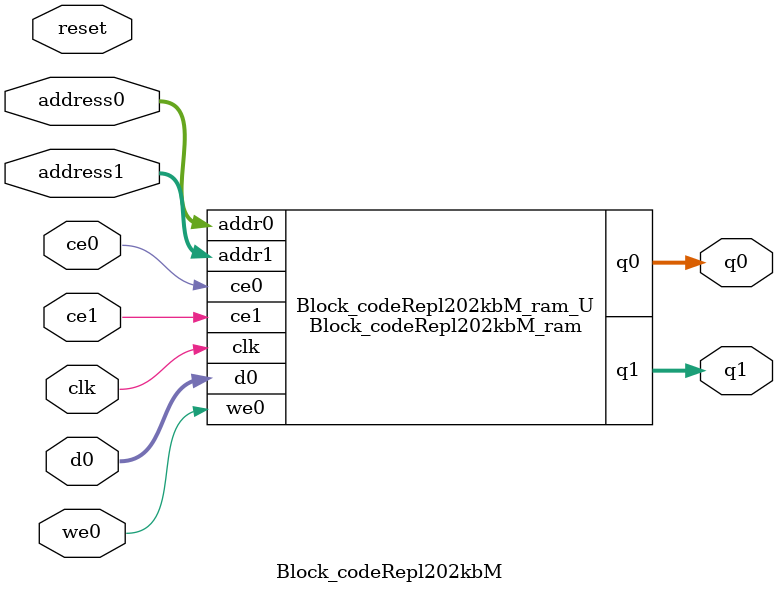
<source format=v>
`timescale 1 ns / 1 ps
module Block_codeRepl202kbM_ram (addr0, ce0, d0, we0, q0, addr1, ce1, q1,  clk);

parameter DWIDTH = 5;
parameter AWIDTH = 18;
parameter MEM_SIZE = 212544;

input[AWIDTH-1:0] addr0;
input ce0;
input[DWIDTH-1:0] d0;
input we0;
output reg[DWIDTH-1:0] q0;
input[AWIDTH-1:0] addr1;
input ce1;
output reg[DWIDTH-1:0] q1;
input clk;

(* ram_style = "block" *)reg [DWIDTH-1:0] ram[0:MEM_SIZE-1];




always @(posedge clk)  
begin 
    if (ce0) begin
        if (we0) 
            ram[addr0] <= d0; 
        q0 <= ram[addr0];
    end
end


always @(posedge clk)  
begin 
    if (ce1) begin
        q1 <= ram[addr1];
    end
end


endmodule

`timescale 1 ns / 1 ps
module Block_codeRepl202kbM(
    reset,
    clk,
    address0,
    ce0,
    we0,
    d0,
    q0,
    address1,
    ce1,
    q1);

parameter DataWidth = 32'd5;
parameter AddressRange = 32'd212544;
parameter AddressWidth = 32'd18;
input reset;
input clk;
input[AddressWidth - 1:0] address0;
input ce0;
input we0;
input[DataWidth - 1:0] d0;
output[DataWidth - 1:0] q0;
input[AddressWidth - 1:0] address1;
input ce1;
output[DataWidth - 1:0] q1;



Block_codeRepl202kbM_ram Block_codeRepl202kbM_ram_U(
    .clk( clk ),
    .addr0( address0 ),
    .ce0( ce0 ),
    .we0( we0 ),
    .d0( d0 ),
    .q0( q0 ),
    .addr1( address1 ),
    .ce1( ce1 ),
    .q1( q1 ));

endmodule


</source>
